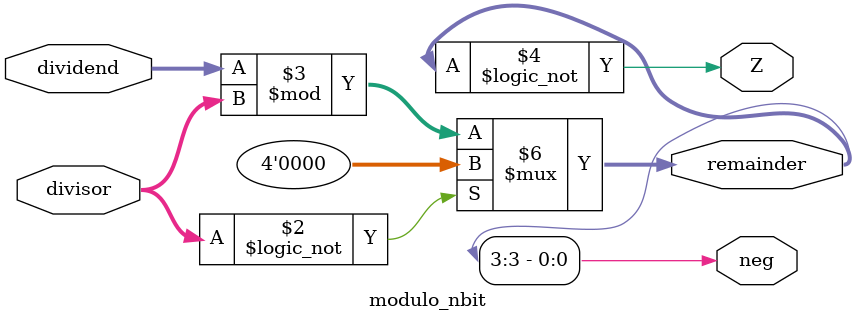
<source format=sv>
module modulo_nbit #(parameter N = 4) (
    input logic [N-1:0] dividend,
    input logic [N-1:0] divisor,
    output logic [N-1:0] remainder,
    output logic Z, neg
);
    always_comb begin
        if (divisor == 0)
            remainder = 0;
        else
            remainder = dividend % divisor;
    end

    assign Z = (remainder == 0);
    assign neg = remainder[N-1];

endmodule

</source>
